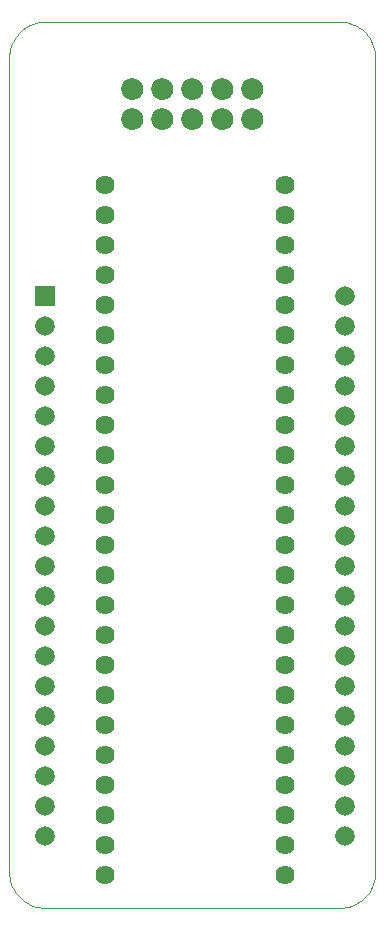
<source format=gbs>
G04*
G04 #@! TF.GenerationSoftware,Altium Limited,Altium Designer,20.1.14 (287)*
G04*
G04 Layer_Color=16711935*
%FSLAX25Y25*%
%MOIN*%
G70*
G04*
G04 #@! TF.SameCoordinates,864C0722-24F4-47D7-AB5F-EB3DBA867953*
G04*
G04*
G04 #@! TF.FilePolarity,Negative*
G04*
G01*
G75*
%ADD14C,0.00050*%
%ADD15C,0.00000*%
%ADD16R,0.06535X0.06535*%
%ADD17C,0.06535*%
%ADD18C,0.06394*%
%ADD19C,0.07244*%
D14*
X110236Y0D02*
X111212Y40D01*
X112180Y161D01*
X113136Y361D01*
X114071Y640D01*
X114981Y995D01*
X115858Y1424D01*
X116696Y1923D01*
X117491Y2490D01*
X118236Y3121D01*
X118926Y3812D01*
X119557Y4557D01*
X120124Y5351D01*
X120624Y6190D01*
X121052Y7067D01*
X121407Y7976D01*
X121686Y8912D01*
X121886Y9867D01*
X122007Y10836D01*
X122047Y11811D01*
Y283465D02*
X122007Y284440D01*
X121886Y285409D01*
X121686Y286364D01*
X121407Y287300D01*
X121052Y288209D01*
X120624Y289086D01*
X120124Y289925D01*
X119557Y290719D01*
X118926Y291464D01*
X118236Y292154D01*
X117491Y292785D01*
X116696Y293352D01*
X115858Y293852D01*
X114981Y294281D01*
X114071Y294636D01*
X113136Y294914D01*
X112180Y295114D01*
X111212Y295235D01*
X110236Y295276D01*
X11811D02*
X10836Y295235D01*
X9867Y295114D01*
X8912Y294914D01*
X7976Y294636D01*
X7067Y294281D01*
X6190Y293852D01*
X5351Y293352D01*
X4557Y292785D01*
X3812Y292154D01*
X3121Y291464D01*
X2490Y290719D01*
X1923Y289925D01*
X1424Y289086D01*
X995Y288209D01*
X640Y287300D01*
X361Y286364D01*
X161Y285409D01*
X40Y284440D01*
X0Y283465D01*
Y11811D02*
X40Y10836D01*
X161Y9867D01*
X361Y8912D01*
X640Y7976D01*
X995Y7067D01*
X1424Y6190D01*
X1923Y5351D01*
X2490Y4557D01*
X3121Y3812D01*
X3812Y3121D01*
X4557Y2490D01*
X5351Y1923D01*
X6190Y1424D01*
X7067Y995D01*
X7976Y640D01*
X8912Y361D01*
X9867Y161D01*
X10836Y40D01*
X11811Y0D01*
X122047Y11811D02*
Y283465D01*
X11811Y295276D02*
X110236D01*
X0Y11811D02*
Y283465D01*
X11811Y0D02*
X110236D01*
D15*
X44390Y263000D02*
X44239Y263999D01*
X43801Y264910D01*
X43114Y265650D01*
X42239Y266156D01*
X41253Y266381D01*
X40246Y266305D01*
X39305Y265936D01*
X38515Y265306D01*
X37946Y264471D01*
X37648Y263505D01*
Y262495D01*
X37946Y261529D01*
X38515Y260694D01*
X39305Y260064D01*
X40246Y259695D01*
X41253Y259619D01*
X42239Y259844D01*
X43114Y260350D01*
X43801Y261090D01*
X44239Y262001D01*
X44390Y263000D01*
Y273000D02*
X44239Y273999D01*
X43801Y274910D01*
X43114Y275650D01*
X42239Y276156D01*
X41253Y276380D01*
X40246Y276305D01*
X39305Y275936D01*
X38515Y275306D01*
X37946Y274471D01*
X37648Y273505D01*
Y272495D01*
X37946Y271529D01*
X38515Y270694D01*
X39305Y270064D01*
X40246Y269695D01*
X41253Y269619D01*
X42239Y269844D01*
X43114Y270350D01*
X43801Y271090D01*
X44239Y272001D01*
X44390Y273000D01*
X54390Y263000D02*
X54239Y263999D01*
X53801Y264910D01*
X53114Y265650D01*
X52239Y266156D01*
X51253Y266381D01*
X50246Y266305D01*
X49305Y265936D01*
X48515Y265306D01*
X47946Y264471D01*
X47648Y263505D01*
Y262495D01*
X47946Y261529D01*
X48515Y260694D01*
X49305Y260064D01*
X50246Y259695D01*
X51253Y259619D01*
X52239Y259844D01*
X53114Y260350D01*
X53801Y261090D01*
X54239Y262001D01*
X54390Y263000D01*
Y273000D02*
X54239Y273999D01*
X53801Y274910D01*
X53114Y275650D01*
X52239Y276156D01*
X51253Y276380D01*
X50246Y276305D01*
X49305Y275936D01*
X48515Y275306D01*
X47946Y274471D01*
X47648Y273505D01*
Y272495D01*
X47946Y271529D01*
X48515Y270694D01*
X49305Y270064D01*
X50246Y269695D01*
X51253Y269619D01*
X52239Y269844D01*
X53114Y270350D01*
X53801Y271090D01*
X54239Y272001D01*
X54390Y273000D01*
X64390Y263000D02*
X64239Y263999D01*
X63801Y264910D01*
X63114Y265650D01*
X62239Y266156D01*
X61253Y266381D01*
X60246Y266305D01*
X59305Y265936D01*
X58515Y265306D01*
X57946Y264471D01*
X57648Y263505D01*
Y262495D01*
X57946Y261529D01*
X58515Y260694D01*
X59305Y260064D01*
X60246Y259695D01*
X61253Y259619D01*
X62239Y259844D01*
X63114Y260350D01*
X63801Y261090D01*
X64239Y262001D01*
X64390Y263000D01*
Y273000D02*
X64239Y273999D01*
X63801Y274910D01*
X63114Y275650D01*
X62239Y276156D01*
X61253Y276380D01*
X60246Y276305D01*
X59305Y275936D01*
X58515Y275306D01*
X57946Y274471D01*
X57648Y273505D01*
Y272495D01*
X57946Y271529D01*
X58515Y270694D01*
X59305Y270064D01*
X60246Y269695D01*
X61253Y269619D01*
X62239Y269844D01*
X63114Y270350D01*
X63801Y271090D01*
X64239Y272001D01*
X64390Y273000D01*
X74390Y263000D02*
X74239Y263999D01*
X73801Y264910D01*
X73114Y265650D01*
X72238Y266156D01*
X71253Y266381D01*
X70246Y266305D01*
X69305Y265936D01*
X68515Y265306D01*
X67946Y264471D01*
X67648Y263505D01*
Y262495D01*
X67946Y261529D01*
X68515Y260694D01*
X69305Y260064D01*
X70246Y259695D01*
X71253Y259619D01*
X72238Y259844D01*
X73114Y260350D01*
X73801Y261090D01*
X74239Y262001D01*
X74390Y263000D01*
Y273000D02*
X74239Y273999D01*
X73801Y274910D01*
X73114Y275650D01*
X72238Y276156D01*
X71253Y276380D01*
X70246Y276305D01*
X69305Y275936D01*
X68515Y275306D01*
X67946Y274471D01*
X67648Y273505D01*
Y272495D01*
X67946Y271529D01*
X68515Y270694D01*
X69305Y270064D01*
X70246Y269695D01*
X71253Y269619D01*
X72238Y269844D01*
X73114Y270350D01*
X73801Y271090D01*
X74239Y272001D01*
X74390Y273000D01*
X84390Y263000D02*
X84239Y263999D01*
X83801Y264910D01*
X83114Y265650D01*
X82239Y266156D01*
X81253Y266381D01*
X80246Y266305D01*
X79305Y265936D01*
X78515Y265306D01*
X77946Y264471D01*
X77648Y263505D01*
Y262495D01*
X77946Y261529D01*
X78515Y260694D01*
X79305Y260064D01*
X80246Y259695D01*
X81253Y259619D01*
X82239Y259844D01*
X83114Y260350D01*
X83801Y261090D01*
X84239Y262001D01*
X84390Y263000D01*
Y273000D02*
X84239Y273999D01*
X83801Y274910D01*
X83114Y275650D01*
X82239Y276156D01*
X81253Y276380D01*
X80246Y276305D01*
X79305Y275936D01*
X78515Y275306D01*
X77946Y274471D01*
X77648Y273505D01*
Y272495D01*
X77946Y271529D01*
X78515Y270694D01*
X79305Y270064D01*
X80246Y269695D01*
X81253Y269619D01*
X82239Y269844D01*
X83114Y270350D01*
X83801Y271090D01*
X84239Y272001D01*
X84390Y273000D01*
D16*
X12000Y204000D02*
D03*
D17*
Y194000D02*
D03*
Y24000D02*
D03*
Y184000D02*
D03*
Y174000D02*
D03*
Y164000D02*
D03*
Y154000D02*
D03*
Y144000D02*
D03*
Y134000D02*
D03*
Y124000D02*
D03*
Y114000D02*
D03*
Y104000D02*
D03*
Y94000D02*
D03*
Y84000D02*
D03*
Y74000D02*
D03*
Y64000D02*
D03*
Y54000D02*
D03*
Y44000D02*
D03*
Y34000D02*
D03*
X112000Y204000D02*
D03*
Y194000D02*
D03*
Y184000D02*
D03*
Y174000D02*
D03*
Y164000D02*
D03*
Y154000D02*
D03*
Y144000D02*
D03*
Y134000D02*
D03*
Y124000D02*
D03*
Y114000D02*
D03*
Y104000D02*
D03*
Y94000D02*
D03*
Y84000D02*
D03*
Y74000D02*
D03*
Y64000D02*
D03*
Y54000D02*
D03*
Y44000D02*
D03*
Y34000D02*
D03*
Y24000D02*
D03*
D18*
X92000Y11000D02*
D03*
Y21000D02*
D03*
Y31000D02*
D03*
Y41000D02*
D03*
Y51000D02*
D03*
Y61000D02*
D03*
Y71000D02*
D03*
Y81000D02*
D03*
Y91000D02*
D03*
Y101000D02*
D03*
Y111000D02*
D03*
Y121000D02*
D03*
Y131000D02*
D03*
Y141000D02*
D03*
X32000D02*
D03*
Y131000D02*
D03*
Y121000D02*
D03*
Y111000D02*
D03*
Y101000D02*
D03*
Y91000D02*
D03*
Y81000D02*
D03*
Y71000D02*
D03*
Y61000D02*
D03*
Y51000D02*
D03*
Y41000D02*
D03*
X92000Y161000D02*
D03*
Y171000D02*
D03*
Y181000D02*
D03*
Y191000D02*
D03*
Y201000D02*
D03*
Y211000D02*
D03*
Y221000D02*
D03*
Y231000D02*
D03*
Y241000D02*
D03*
X32000D02*
D03*
Y231000D02*
D03*
Y221000D02*
D03*
Y211000D02*
D03*
Y201000D02*
D03*
Y191000D02*
D03*
Y181000D02*
D03*
X92000Y151000D02*
D03*
X32000Y31000D02*
D03*
Y21000D02*
D03*
Y11000D02*
D03*
Y151000D02*
D03*
Y161000D02*
D03*
Y171000D02*
D03*
D19*
X41000Y263000D02*
D03*
Y273000D02*
D03*
X51000Y263000D02*
D03*
Y273000D02*
D03*
X61000Y263000D02*
D03*
Y273000D02*
D03*
X71000Y263000D02*
D03*
Y273000D02*
D03*
X81000Y263000D02*
D03*
Y273000D02*
D03*
M02*

</source>
